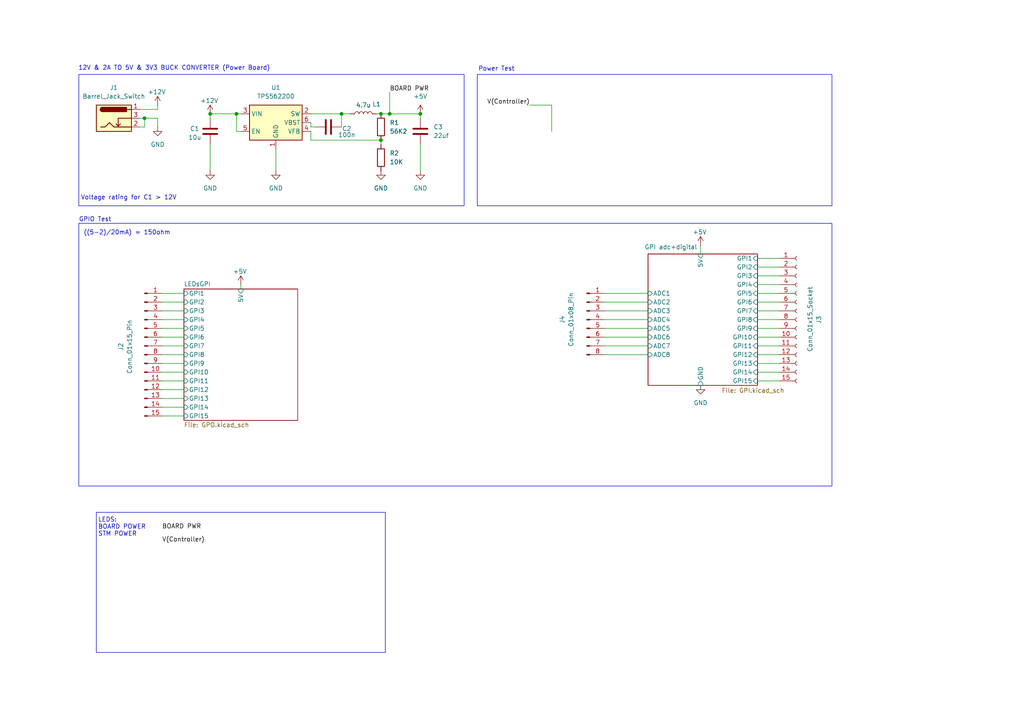
<source format=kicad_sch>
(kicad_sch (version 20231120) (generator "eeschema") (generator_version "8.0")
  (paper "A4")
  (title_block (title "Test Board for a Controller") (date "2024-11-25"))
  (lib_symbols
    (symbol "Connector:Barrel_Jack_Switch" (pin_names hide)
      (property "Reference" "J" (at 0 5.334 0))
      (property "Value" "Barrel_Jack_Switch" (at 0 -5.08 0))
      (symbol "Barrel_Jack_Switch_0_1"
        (rectangle (start -5.08 3.81) (end 5.08 -3.81) (stroke (width 0.254)) (fill (type background)))
        (arc (start -3.302 3.175) (mid -3.9343 2.54) (end -3.302 1.905) (stroke (width 0.254)))
        (arc (start -3.302 3.175) (mid -3.9343 2.54) (end -3.302 1.905) (stroke (width 0.254)) (fill (type outline)))
        (polyline (pts (xy 1.27 -2.286) (xy 1.905 -1.651)) (stroke (width 0.254)))
        (polyline (pts (xy 5.08 2.54) (xy 3.81 2.54)) (stroke (width 0.254)))
        (polyline (pts (xy 5.08 0) (xy 1.27 0) (xy 1.27 -2.286) (xy 0.635 -1.651)) (stroke (width 0.254)))
        (polyline (pts (xy -3.81 -2.54) (xy -2.54 -2.54) (xy -1.27 -1.27) (xy 0 -2.54) (xy 2.54 -2.54) (xy 5.08 -2.54)) (stroke (width 0.254)))
        (rectangle (start 3.683 3.175) (end -3.302 1.905) (stroke (width 0.254)) (fill (type outline)))
      )
      (symbol "Barrel_Jack_Switch_1_1"
        (pin passive line (at 7.62 2.54 180) (length 2.54) (name "~") (number "1"))
        (pin passive line (at 7.62 -2.54 180) (length 2.54) (name "~") (number "2"))
        (pin passive line (at 7.62 0 180) (length 2.54) (name "~") (number "3"))
      )
    )
    (symbol "Connector:Conn_01x08_Pin" (pin_names (offset 1.016) hide)
      (property "Reference" "J" (at 0 10.16 0))
      (property "Value" "Conn_01x08_Pin" (at 0 -12.7 0))
      (symbol "Conn_01x08_Pin_1_1"
        (polyline (pts (xy 1.27 -10.16) (xy 0.8636 -10.16)) (stroke (width 0.1524)))
        (polyline (pts (xy 1.27 -7.62) (xy 0.8636 -7.62)) (stroke (width 0.1524)))
        (polyline (pts (xy 1.27 -5.08) (xy 0.8636 -5.08)) (stroke (width 0.1524)))
        (polyline (pts (xy 1.27 -2.54) (xy 0.8636 -2.54)) (stroke (width 0.1524)))
        (polyline (pts (xy 1.27 0) (xy 0.8636 0)) (stroke (width 0.1524)))
        (polyline (pts (xy 1.27 2.54) (xy 0.8636 2.54)) (stroke (width 0.1524)))
        (polyline (pts (xy 1.27 5.08) (xy 0.8636 5.08)) (stroke (width 0.1524)))
        (polyline (pts (xy 1.27 7.62) (xy 0.8636 7.62)) (stroke (width 0.1524)))
        (rectangle (start 0.8636 -10.033) (end 0 -10.287) (stroke (width 0.1524)) (fill (type outline)))
        (rectangle (start 0.8636 -7.493) (end 0 -7.747) (stroke (width 0.1524)) (fill (type outline)))
        (rectangle (start 0.8636 -4.953) (end 0 -5.207) (stroke (width 0.1524)) (fill (type outline)))
        (rectangle (start 0.8636 -2.413) (end 0 -2.667) (stroke (width 0.1524)) (fill (type outline)))
        (rectangle (start 0.8636 0.127) (end 0 -0.127) (stroke (width 0.1524)) (fill (type outline)))
        (rectangle (start 0.8636 2.667) (end 0 2.413) (stroke (width 0.1524)) (fill (type outline)))
        (rectangle (start 0.8636 5.207) (end 0 4.953) (stroke (width 0.1524)) (fill (type outline)))
        (rectangle (start 0.8636 7.747) (end 0 7.493) (stroke (width 0.1524)) (fill (type outline)))
        (pin passive line (at 5.08 7.62 180) (length 3.81) (name "Pin_1") (number "1"))
        (pin passive line (at 5.08 5.08 180) (length 3.81) (name "Pin_2") (number "2"))
        (pin passive line (at 5.08 2.54 180) (length 3.81) (name "Pin_3") (number "3"))
        (pin passive line (at 5.08 0 180) (length 3.81) (name "Pin_4") (number "4"))
        (pin passive line (at 5.08 -2.54 180) (length 3.81) (name "Pin_5") (number "5"))
        (pin passive line (at 5.08 -5.08 180) (length 3.81) (name "Pin_6") (number "6"))
        (pin passive line (at 5.08 -7.62 180) (length 3.81) (name "Pin_7") (number "7"))
        (pin passive line (at 5.08 -10.16 180) (length 3.81) (name "Pin_8") (number "8"))
      )
    )
    (symbol "Connector:Conn_01x15_Pin" (pin_names (offset 1.016) hide)
      (property "Reference" "J" (at 0 20.32 0))
      (property "Value" "Conn_01x15_Pin" (at 0 -20.32 0))
      (symbol "Conn_01x15_Pin_1_1"
        (polyline (pts (xy 1.27 -17.78) (xy 0.8636 -17.78)) (stroke (width 0.1524)))
        (polyline (pts (xy 1.27 -15.24) (xy 0.8636 -15.24)) (stroke (width 0.1524)))
        (polyline (pts (xy 1.27 -12.7) (xy 0.8636 -12.7)) (stroke (width 0.1524)))
        (polyline (pts (xy 1.27 -10.16) (xy 0.8636 -10.16)) (stroke (width 0.1524)))
        (polyline (pts (xy 1.27 -7.62) (xy 0.8636 -7.62)) (stroke (width 0.1524)))
        (polyline (pts (xy 1.27 -5.08) (xy 0.8636 -5.08)) (stroke (width 0.1524)))
        (polyline (pts (xy 1.27 -2.54) (xy 0.8636 -2.54)) (stroke (width 0.1524)))
        (polyline (pts (xy 1.27 0) (xy 0.8636 0)) (stroke (width 0.1524)))
        (polyline (pts (xy 1.27 2.54) (xy 0.8636 2.54)) (stroke (width 0.1524)))
        (polyline (pts (xy 1.27 5.08) (xy 0.8636 5.08)) (stroke (width 0.1524)))
        (polyline (pts (xy 1.27 7.62) (xy 0.8636 7.62)) (stroke (width 0.1524)))
        (polyline (pts (xy 1.27 10.16) (xy 0.8636 10.16)) (stroke (width 0.1524)))
        (polyline (pts (xy 1.27 12.7) (xy 0.8636 12.7)) (stroke (width 0.1524)))
        (polyline (pts (xy 1.27 15.24) (xy 0.8636 15.24)) (stroke (width 0.1524)))
        (polyline (pts (xy 1.27 17.78) (xy 0.8636 17.78)) (stroke (width 0.1524)))
        (rectangle (start 0.8636 -17.653) (end 0 -17.907) (stroke (width 0.1524)) (fill (type outline)))
        (rectangle (start 0.8636 -15.113) (end 0 -15.367) (stroke (width 0.1524)) (fill (type outline)))
        (rectangle (start 0.8636 -12.573) (end 0 -12.827) (stroke (width 0.1524)) (fill (type outline)))
        (rectangle (start 0.8636 -10.033) (end 0 -10.287) (stroke (width 0.1524)) (fill (type outline)))
        (rectangle (start 0.8636 -7.493) (end 0 -7.747) (stroke (width 0.1524)) (fill (type outline)))
        (rectangle (start 0.8636 -4.953) (end 0 -5.207) (stroke (width 0.1524)) (fill (type outline)))
        (rectangle (start 0.8636 -2.413) (end 0 -2.667) (stroke (width 0.1524)) (fill (type outline)))
        (rectangle (start 0.8636 0.127) (end 0 -0.127) (stroke (width 0.1524)) (fill (type outline)))
        (rectangle (start 0.8636 2.667) (end 0 2.413) (stroke (width 0.1524)) (fill (type outline)))
        (rectangle (start 0.8636 5.207) (end 0 4.953) (stroke (width 0.1524)) (fill (type outline)))
        (rectangle (start 0.8636 7.747) (end 0 7.493) (stroke (width 0.1524)) (fill (type outline)))
        (rectangle (start 0.8636 10.287) (end 0 10.033) (stroke (width 0.1524)) (fill (type outline)))
        (rectangle (start 0.8636 12.827) (end 0 12.573) (stroke (width 0.1524)) (fill (type outline)))
        (rectangle (start 0.8636 15.367) (end 0 15.113) (stroke (width 0.1524)) (fill (type outline)))
        (rectangle (start 0.8636 17.907) (end 0 17.653) (stroke (width 0.1524)) (fill (type outline)))
        (pin passive line (at 5.08 17.78 180) (length 3.81) (name "Pin_1") (number "1"))
        (pin passive line (at 5.08 -5.08 180) (length 3.81) (name "Pin_10") (number "10"))
        (pin passive line (at 5.08 -7.62 180) (length 3.81) (name "Pin_11") (number "11"))
        (pin passive line (at 5.08 -10.16 180) (length 3.81) (name "Pin_12") (number "12"))
        (pin passive line (at 5.08 -12.7 180) (length 3.81) (name "Pin_13") (number "13"))
        (pin passive line (at 5.08 -15.24 180) (length 3.81) (name "Pin_14") (number "14"))
        (pin passive line (at 5.08 -17.78 180) (length 3.81) (name "Pin_15") (number "15"))
        (pin passive line (at 5.08 15.24 180) (length 3.81) (name "Pin_2") (number "2"))
        (pin passive line (at 5.08 12.7 180) (length 3.81) (name "Pin_3") (number "3"))
        (pin passive line (at 5.08 10.16 180) (length 3.81) (name "Pin_4") (number "4"))
        (pin passive line (at 5.08 7.62 180) (length 3.81) (name "Pin_5") (number "5"))
        (pin passive line (at 5.08 5.08 180) (length 3.81) (name "Pin_6") (number "6"))
        (pin passive line (at 5.08 2.54 180) (length 3.81) (name "Pin_7") (number "7"))
        (pin passive line (at 5.08 0 180) (length 3.81) (name "Pin_8") (number "8"))
        (pin passive line (at 5.08 -2.54 180) (length 3.81) (name "Pin_9") (number "9"))
      )
    )
    (symbol "Connector:Conn_01x15_Socket" (pin_names (offset 1.016) hide)
      (property "Reference" "J" (at 0 20.32 0))
      (property "Value" "Conn_01x15_Socket" (at 0 -20.32 0))
      (symbol "Conn_01x15_Socket_1_1"
        (arc (start 0 -17.272) (mid -0.5058 -17.78) (end 0 -18.288) (stroke (width 0.1524)))
        (arc (start 0 -14.732) (mid -0.5058 -15.24) (end 0 -15.748) (stroke (width 0.1524)))
        (arc (start 0 -12.192) (mid -0.5058 -12.7) (end 0 -13.208) (stroke (width 0.1524)))
        (arc (start 0 -9.652) (mid -0.5058 -10.16) (end 0 -10.668) (stroke (width 0.1524)))
        (arc (start 0 -7.112) (mid -0.5058 -7.62) (end 0 -8.128) (stroke (width 0.1524)))
        (arc (start 0 -4.572) (mid -0.5058 -5.08) (end 0 -5.588) (stroke (width 0.1524)))
        (arc (start 0 -2.032) (mid -0.5058 -2.54) (end 0 -3.048) (stroke (width 0.1524)))
        (polyline (pts (xy -1.27 -17.78) (xy -0.508 -17.78)) (stroke (width 0.1524)))
        (polyline (pts (xy -1.27 -15.24) (xy -0.508 -15.24)) (stroke (width 0.1524)))
        (polyline (pts (xy -1.27 -12.7) (xy -0.508 -12.7)) (stroke (width 0.1524)))
        (polyline (pts (xy -1.27 -10.16) (xy -0.508 -10.16)) (stroke (width 0.1524)))
        (polyline (pts (xy -1.27 -7.62) (xy -0.508 -7.62)) (stroke (width 0.1524)))
        (polyline (pts (xy -1.27 -5.08) (xy -0.508 -5.08)) (stroke (width 0.1524)))
        (polyline (pts (xy -1.27 -2.54) (xy -0.508 -2.54)) (stroke (width 0.1524)))
        (polyline (pts (xy -1.27 0) (xy -0.508 0)) (stroke (width 0.1524)))
        (polyline (pts (xy -1.27 2.54) (xy -0.508 2.54)) (stroke (width 0.1524)))
        (polyline (pts (xy -1.27 5.08) (xy -0.508 5.08)) (stroke (width 0.1524)))
        (polyline (pts (xy -1.27 7.62) (xy -0.508 7.62)) (stroke (width 0.1524)))
        (polyline (pts (xy -1.27 10.16) (xy -0.508 10.16)) (stroke (width 0.1524)))
        (polyline (pts (xy -1.27 12.7) (xy -0.508 12.7)) (stroke (width 0.1524)))
        (polyline (pts (xy -1.27 15.24) (xy -0.508 15.24)) (stroke (width 0.1524)))
        (polyline (pts (xy -1.27 17.78) (xy -0.508 17.78)) (stroke (width 0.1524)))
        (arc (start 0 0.508) (mid -0.5058 0) (end 0 -0.508) (stroke (width 0.1524)))
        (arc (start 0 3.048) (mid -0.5058 2.54) (end 0 2.032) (stroke (width 0.1524)))
        (arc (start 0 5.588) (mid -0.5058 5.08) (end 0 4.572) (stroke (width 0.1524)))
        (arc (start 0 8.128) (mid -0.5058 7.62) (end 0 7.112) (stroke (width 0.1524)))
        (arc (start 0 10.668) (mid -0.5058 10.16) (end 0 9.652) (stroke (width 0.1524)))
        (arc (start 0 13.208) (mid -0.5058 12.7) (end 0 12.192) (stroke (width 0.1524)))
        (arc (start 0 15.748) (mid -0.5058 15.24) (end 0 14.732) (stroke (width 0.1524)))
        (arc (start 0 18.288) (mid -0.5058 17.78) (end 0 17.272) (stroke (width 0.1524)))
        (pin passive line (at -5.08 17.78 0) (length 3.81) (name "Pin_1") (number "1"))
        (pin passive line (at -5.08 -5.08 0) (length 3.81) (name "Pin_10") (number "10"))
        (pin passive line (at -5.08 -7.62 0) (length 3.81) (name "Pin_11") (number "11"))
        (pin passive line (at -5.08 -10.16 0) (length 3.81) (name "Pin_12") (number "12"))
        (pin passive line (at -5.08 -12.7 0) (length 3.81) (name "Pin_13") (number "13"))
        (pin passive line (at -5.08 -15.24 0) (length 3.81) (name "Pin_14") (number "14"))
        (pin passive line (at -5.08 -17.78 0) (length 3.81) (name "Pin_15") (number "15"))
        (pin passive line (at -5.08 15.24 0) (length 3.81) (name "Pin_2") (number "2"))
        (pin passive line (at -5.08 12.7 0) (length 3.81) (name "Pin_3") (number "3"))
        (pin passive line (at -5.08 10.16 0) (length 3.81) (name "Pin_4") (number "4"))
        (pin passive line (at -5.08 7.62 0) (length 3.81) (name "Pin_5") (number "5"))
        (pin passive line (at -5.08 5.08 0) (length 3.81) (name "Pin_6") (number "6"))
        (pin passive line (at -5.08 2.54 0) (length 3.81) (name "Pin_7") (number "7"))
        (pin passive line (at -5.08 0 0) (length 3.81) (name "Pin_8") (number "8"))
        (pin passive line (at -5.08 -2.54 0) (length 3.81) (name "Pin_9") (number "9"))
      )
    )
    (symbol "Device:C" (pin_numbers hide) (pin_names (offset 0.254))
      (property "Reference" "C" (at 0.635 2.54 0))
      (property "Value" "C" (at 0.635 -2.54 0))
      (symbol "C_0_1"
        (polyline (pts (xy -2.032 -0.762) (xy 2.032 -0.762)) (stroke (width 0.508)))
        (polyline (pts (xy -2.032 0.762) (xy 2.032 0.762)) (stroke (width 0.508)))
      )
      (symbol "C_1_1"
        (pin passive line (at 0 3.81 270) (length 2.794) (name "~") (number "1"))
        (pin passive line (at 0 -3.81 90) (length 2.794) (name "~") (number "2"))
      )
    )
    (symbol "Device:L" (pin_numbers hide) (pin_names (offset 1.016) hide)
      (property "Reference" "L" (at -1.27 0 90))
      (property "Value" "L" (at 1.905 0 90))
      (symbol "L_0_1"
        (arc (start 0 -2.54) (mid 0.6323 -1.905) (end 0 -1.27))
        (arc (start 0 -1.27) (mid 0.6323 -0.635) (end 0 0))
        (arc (start 0 0) (mid 0.6323 0.635) (end 0 1.27))
        (arc (start 0 1.27) (mid 0.6323 1.905) (end 0 2.54))
      )
      (symbol "L_1_1"
        (pin passive line (at 0 3.81 270) (length 1.27) (name "1") (number "1"))
        (pin passive line (at 0 -3.81 90) (length 1.27) (name "2") (number "2"))
      )
    )
    (symbol "Device:R" (pin_numbers hide) (pin_names (offset 0))
      (property "Reference" "R" (at 2.032 0 90))
      (property "Value" "R" (at 0 0 90))
      (symbol "R_0_1"
        (rectangle (start -1.016 -2.54) (end 1.016 2.54) (stroke (width 0.254)))
      )
      (symbol "R_1_1"
        (pin passive line (at 0 3.81 270) (length 1.27) (name "~") (number "1"))
        (pin passive line (at 0 -3.81 90) (length 1.27) (name "~") (number "2"))
      )
    )
    (symbol "Regulator_Switching:TPS562200"
      (property "Reference" "U" (at -7.62 6.35 0))
      (property "Value" "TPS562200" (at -2.54 6.35 0))
      (symbol "TPS562200_0_1"
        (rectangle (start -7.62 5.08) (end 7.62 -5.08) (stroke (width 0.254)) (fill (type background)))
      )
      (symbol "TPS562200_1_1"
        (pin power_in line (at 0 -7.62 90) (length 2.54) (name "GND") (number "1"))
        (pin output line (at 10.16 2.54 180) (length 2.54) (name "SW") (number "2"))
        (pin power_in line (at -10.16 2.54 0) (length 2.54) (name "VIN") (number "3"))
        (pin input line (at 10.16 -2.54 180) (length 2.54) (name "VFB") (number "4"))
        (pin input line (at -10.16 -2.54 0) (length 2.54) (name "EN") (number "5"))
        (pin passive line (at 10.16 0 180) (length 2.54) (name "VBST") (number "6"))
      )
    )
    (symbol "power:+12V" (power) (pin_numbers hide) (pin_names (offset 0) hide)
      (property "Value" "+12V" (at 0 3.556 0))
      (symbol "+12V_0_1"
        (polyline (pts (xy -0.762 1.27) (xy 0 2.54)))
        (polyline (pts (xy 0 0) (xy 0 2.54)))
        (polyline (pts (xy 0 2.54) (xy 0.762 1.27)))
      )
      (symbol "+12V_1_1"
        (pin power_in line (at 0 0 90) (length 0) (name "~") (number "1"))
      )
    )
    (symbol "power:+5V" (power) (pin_numbers hide) (pin_names (offset 0) hide)
      (property "Value" "+5V" (at 0 3.556 0))
      (symbol "+5V_0_1"
        (polyline (pts (xy -0.762 1.27) (xy 0 2.54)))
        (polyline (pts (xy 0 0) (xy 0 2.54)))
        (polyline (pts (xy 0 2.54) (xy 0.762 1.27)))
      )
      (symbol "+5V_1_1"
        (pin power_in line (at 0 0 90) (length 0) (name "~") (number "1"))
      )
    )
    (symbol "power:GND" (power) (pin_numbers hide) (pin_names (offset 0) hide)
      (property "Value" "GND" (at 0 -3.81 0))
      (symbol "GND_0_1"
        (polyline (pts (xy 0 0) (xy 0 -1.27) (xy 1.27 -1.27) (xy 0 -2.54) (xy -1.27 -1.27) (xy 0 -1.27)))
      )
      (symbol "GND_1_1"
        (pin power_in line (at 0 0 270) (length 0) (name "~") (number "1"))
      )
    )
  )
  (junction (at 68.58 33.02))
  (junction (at 113.03 33.02))
  (junction (at 121.92 33.02))
  (junction (at 99.06 33.02))
  (junction (at 110.49 33.02))
  (junction (at 41.91 34.29))
  (junction (at 60.96 33.02))
  (junction (at 110.49 40.64))
  (wire (pts (xy 45.72 30.48) (xy 45.72 31.75)))
  (wire (pts (xy 46.99 113.03) (xy 53.34 113.03)))
  (wire (pts (xy 219.71 100.33) (xy 226.06 100.33)))
  (wire (pts (xy 219.71 87.63) (xy 226.06 87.63)))
  (wire (pts (xy 46.99 105.41) (xy 53.34 105.41)))
  (wire (pts (xy 175.26 90.17) (xy 187.96 90.17)))
  (wire (pts (xy 41.91 34.29) (xy 41.91 36.83)))
  (wire (pts (xy 69.85 82.55) (xy 69.85 83.82)))
  (wire (pts (xy 46.99 100.33) (xy 53.34 100.33)))
  (wire (pts (xy 203.2 71.12) (xy 203.2 73.66)))
  (wire (pts (xy 46.99 90.17) (xy 53.34 90.17)))
  (wire (pts (xy 46.99 102.87) (xy 53.34 102.87)))
  (wire (pts (xy 99.06 33.02) (xy 99.06 36.83)))
  (wire (pts (xy 121.92 33.02) (xy 121.92 34.29)))
  (wire (pts (xy 219.71 90.17) (xy 226.06 90.17)))
  (wire (pts (xy 219.71 107.95) (xy 226.06 107.95)))
  (wire (pts (xy 113.03 26.67) (xy 113.03 33.02)))
  (wire (pts (xy 175.26 97.79) (xy 187.96 97.79)))
  (wire (pts (xy 90.17 36.83) (xy 91.44 36.83)))
  (wire (pts (xy 68.58 33.02) (xy 69.85 33.02)))
  (wire (pts (xy 219.71 77.47) (xy 226.06 77.47)))
  (wire (pts (xy 40.64 34.29) (xy 41.91 34.29)))
  (wire (pts (xy 80.01 49.53) (xy 80.01 43.18)))
  (wire (pts (xy 219.71 85.09) (xy 226.06 85.09)))
  (wire (pts (xy 46.99 110.49) (xy 53.34 110.49)))
  (wire (pts (xy 46.99 95.25) (xy 53.34 95.25)))
  (wire (pts (xy 175.26 100.33) (xy 187.96 100.33)))
  (wire (pts (xy 46.99 87.63) (xy 53.34 87.63)))
  (wire (pts (xy 121.92 41.91) (xy 121.92 49.53)))
  (wire (pts (xy 175.26 92.71) (xy 187.96 92.71)))
  (wire (pts (xy 219.71 74.93) (xy 226.06 74.93)))
  (wire (pts (xy 109.22 33.02) (xy 110.49 33.02)))
  (wire (pts (xy 60.96 49.53) (xy 60.96 41.91)))
  (wire (pts (xy 46.99 120.65) (xy 53.34 120.65)))
  (wire (pts (xy 219.71 97.79) (xy 226.06 97.79)))
  (wire (pts (xy 219.71 105.41) (xy 226.06 105.41)))
  (wire (pts (xy 90.17 38.1) (xy 90.17 40.64)))
  (wire (pts (xy 90.17 33.02) (xy 99.06 33.02)))
  (wire (pts (xy 101.6 33.02) (xy 99.06 33.02)))
  (wire (pts (xy 46.99 118.11) (xy 53.34 118.11)))
  (wire (pts (xy 45.72 34.29) (xy 45.72 36.83)))
  (wire (pts (xy 40.64 31.75) (xy 45.72 31.75)))
  (wire (pts (xy 46.99 107.95) (xy 53.34 107.95)))
  (wire (pts (xy 153.67 30.48) (xy 160.02 30.48)))
  (wire (pts (xy 219.71 110.49) (xy 226.06 110.49)))
  (wire (pts (xy 160.02 30.48) (xy 160.02 38.1)))
  (wire (pts (xy 68.58 38.1) (xy 69.85 38.1)))
  (wire (pts (xy 60.96 34.29) (xy 60.96 33.02)))
  (wire (pts (xy 40.64 36.83) (xy 41.91 36.83)))
  (wire (pts (xy 46.99 92.71) (xy 53.34 92.71)))
  (wire (pts (xy 90.17 40.64) (xy 110.49 40.64)))
  (wire (pts (xy 68.58 33.02) (xy 68.58 38.1)))
  (wire (pts (xy 219.71 82.55) (xy 226.06 82.55)))
  (wire (pts (xy 41.91 34.29) (xy 45.72 34.29)))
  (wire (pts (xy 175.26 87.63) (xy 187.96 87.63)))
  (wire (pts (xy 46.99 115.57) (xy 53.34 115.57)))
  (wire (pts (xy 110.49 40.64) (xy 110.49 41.91)))
  (wire (pts (xy 219.71 80.01) (xy 226.06 80.01)))
  (wire (pts (xy 175.26 102.87) (xy 187.96 102.87)))
  (wire (pts (xy 46.99 97.79) (xy 53.34 97.79)))
  (wire (pts (xy 175.26 85.09) (xy 187.96 85.09)))
  (wire (pts (xy 219.71 102.87) (xy 226.06 102.87)))
  (wire (pts (xy 219.71 92.71) (xy 226.06 92.71)))
  (wire (pts (xy 110.49 33.02) (xy 113.03 33.02)))
  (wire (pts (xy 90.17 36.83) (xy 90.17 35.56)))
  (wire (pts (xy 60.96 33.02) (xy 68.58 33.02)))
  (wire (pts (xy 219.71 95.25) (xy 226.06 95.25)))
  (wire (pts (xy 46.99 85.09) (xy 53.34 85.09)))
  (wire (pts (xy 113.03 33.02) (xy 121.92 33.02)))
  (wire (pts (xy 175.26 95.25) (xy 187.96 95.25)))
  (rectangle (start 22.86 21.59) (end 134.62 59.69))
  (rectangle (start 27.94 148.59) (end 111.76 189.23))
  (rectangle (start 138.43 21.59) (end 241.3 59.69))
  (rectangle (start 22.86 64.77) (end 241.3 140.97))
  (text "Power Test" (at 138.684 20.066 0) (effects (font (size 1.27 1.27)) (justify left)))
  (text "LEDS: \nBOARD POWER \nSTM POWER " (at 28.448 152.908 0) (effects (font (size 1.27 1.27)) (justify left)))
  (text "Voltage rating for C1 > 12V\n" (at 37.338 57.404 0) (effects (font (size 1.27 1.27))))
  (text "GPIO Test" (at 22.86 63.754 0) (effects (font (size 1.27 1.27)) (justify left)))
  (text "12V & 2A TO 5V & 3V3 BUCK CONVERTER (Power Board)\n" (at 50.546 19.812 0) (effects (font (size 1.27 1.27))))
  (text "((5-2)/20mA) = 150ohm\n" (at 36.83 67.564 0) (effects (font (size 1.27 1.27))))
  (label "BOARD PWR" (at 113.03 26.67 0))
  (label "BOARD PWR" (at 46.99 153.67 0))
  (label "V(Controller)" (at 153.67 30.48 180))
  (label "V(Controller)" (at 46.99 157.48 0))
  (symbol (lib_id "power:GND") (at 121.92 49.53 0) (unit 1)
    (property "Reference" "#PWR02" (effects (hide yes)))
    (property "Value" "GND" (at 121.92 54.61 0))
    (property "Description" "Power symbol creates a global label with name \"GND\" , ground" (effects (hide yes)))
  )
  (symbol (lib_id "Regulator_Switching:TPS562200") (at 80.01 35.56 0) (unit 1)
    (property "Reference" "U1" (at 80.01 25.4 0))
    (property "Value" "TPS562200" (at 80.01 27.94 0))
    (property "Footprint" "Package_TO_SOT_SMD:SOT-23-6" (effects (hide yes)))
    (property "Datasheet" "http://www.ti.com/lit/ds/symlink/tps563200.pdf" (effects (hide yes)))
    (property "Description" "2A Synchronous Step-Down Voltage Regulator, Adjustable Output Voltage, 4.5-17V Input Voltage, SOT-23-6" (effects (hide yes)))
    (property "Manufacture" "https://www.digikey.my/en/products/detail/texas-instruments/TPS562200DDCR/4733867" (effects (hide yes)))
  )
  (symbol (lib_id "power:GND") (at 110.49 49.53 0) (unit 1)
    (property "Reference" "#PWR01" (effects (hide yes)))
    (property "Value" "GND" (at 110.49 54.61 0))
    (property "Description" "Power symbol creates a global label with name \"GND\" , ground" (effects (hide yes)))
  )
  (symbol (lib_id "power:GND") (at 60.96 49.53 0) (unit 1)
    (property "Reference" "#PWR04" (effects (hide yes)))
    (property "Value" "GND" (at 60.96 54.61 0))
    (property "Description" "Power symbol creates a global label with name \"GND\" , ground" (effects (hide yes)))
  )
  (symbol (lib_id "power:+12V") (at 45.72 30.48 0) (unit 1)
    (property "Reference" "#PWR05" (effects (hide yes)))
    (property "Value" "+12V" (at 45.466 26.67 0))
    (property "Description" "Power symbol creates a global label with name \"+12V\"" (effects (hide yes)))
  )
  (symbol (lib_id "Connector:Conn_01x15_Pin") (at 41.91 102.87 0) (unit 1)
    (property "Reference" "J2" (at 35.052 100.584 90))
    (property "Value" "Conn_01x15_Pin" (at 37.592 100.584 90))
    (property "Footprint" "Connector_PinHeader_2.54mm:PinHeader_1x15_P2.54mm_Vertical" (effects (hide yes)))
    (property "Description" "Generic connector, single row, 01x15, script generated" (effects (hide yes)))
  )
  (symbol (lib_id "power:+12V") (at 60.96 33.02 0) (unit 1)
    (property "Reference" "#PWR07" (effects (hide yes)))
    (property "Value" "+12V" (at 60.706 29.21 0))
    (property "Description" "Power symbol creates a global label with name \"+12V\"" (effects (hide yes)))
  )
  (symbol (lib_id "Device:C") (at 121.92 38.1 0) (unit 1)
    (property "Reference" "C3" (at 125.73 36.8299 0) (effects (justify left)))
    (property "Value" "22uf" (at 125.73 39.3699 0) (effects (justify left)))
    (property "Description" "Unpolarized capacitor" (effects (hide yes)))
  )
  (symbol (lib_id "Device:R") (at 110.49 36.83 0) (unit 1)
    (property "Reference" "R1" (at 113.03 35.5599 0) (effects (justify left)))
    (property "Value" "56K2" (at 113.03 38.0999 0) (effects (justify left)))
    (property "Description" "Resistor" (effects (hide yes)))
  )
  (symbol (lib_id "Connector:Barrel_Jack_Switch") (at 33.02 34.29 0) (unit 1)
    (property "Reference" "J1" (at 33.02 25.4 0))
    (property "Value" "Barrel_Jack_Switch" (at 33.02 27.94 0))
    (property "Footprint" "Connector_BarrelJack:BarrelJack_Horizontal" (effects (hide yes)))
    (property "Description" "DC Barrel Jack with an internal switch" (effects (hide yes)))
  )
  (symbol (lib_id "power:GND") (at 203.2 111.76 0) (unit 1)
    (property "Reference" "#PWR028" (effects (hide yes)))
    (property "Value" "GND" (at 203.2 116.84 0))
    (property "Description" "Power symbol creates a global label with name \"GND\" , ground" (effects (hide yes)))
  )
  (symbol (lib_id "Device:L") (at 105.41 33.02 90) (unit 1)
    (property "Reference" "L1" (at 109.22 30.226 90))
    (property "Value" "4.7u" (at 105.41 30.48 90))
    (property "Description" "Inductor" (effects (hide yes)))
  )
  (symbol (lib_id "power:GND") (at 80.01 49.53 0) (unit 1)
    (property "Reference" "#PWR03" (effects (hide yes)))
    (property "Value" "GND" (at 80.01 54.61 0))
    (property "Description" "Power symbol creates a global label with name \"GND\" , ground" (effects (hide yes)))
  )
  (symbol (lib_id "power:GND") (at 45.72 36.83 0) (unit 1)
    (property "Reference" "#PWR06" (effects (hide yes)))
    (property "Value" "GND" (at 45.72 41.91 0))
    (property "Description" "Power symbol creates a global label with name \"GND\" , ground" (effects (hide yes)))
  )
  (symbol (lib_id "Connector:Conn_01x15_Socket") (at 231.14 92.71 0) (unit 1)
    (property "Reference" "J3" (at 237.49 93.98 90) (effects (justify left)))
    (property "Value" "Conn_01x15_Socket" (at 234.95 102.108 90) (effects (justify left)))
    (property "Footprint" "Connector_PinSocket_2.54mm:PinSocket_1x15_P2.54mm_Vertical" (effects (hide yes)))
    (property "Description" "Generic connector, single row, 01x15, script generated" (effects (hide yes)))
  )
  (symbol (lib_id "Device:C") (at 60.96 38.1 0) (unit 1)
    (property "Reference" "C1" (at 55.118 37.338 0) (effects (justify left)))
    (property "Value" "10u" (at 54.61 39.878 0) (effects (justify left)))
    (property "Description" "Unpolarized capacitor" (effects (hide yes)))
  )
  (symbol (lib_id "Device:C") (at 95.25 36.83 90) (unit 1)
    (property "Reference" "C2" (at 100.584 37.338 90))
    (property "Value" "100n" (at 100.584 39.116 90))
    (property "Description" "Unpolarized capacitor" (effects (hide yes)))
  )
  (symbol (lib_id "power:+5V") (at 121.92 33.02 0) (unit 1)
    (property "Reference" "#PWR08" (effects (hide yes)))
    (property "Value" "+5V" (at 121.92 27.94 0))
    (property "Description" "Power symbol creates a global label with name \"+5V\"" (effects (hide yes)))
  )
  (symbol (lib_id "Connector:Conn_01x08_Pin") (at 170.18 92.71 0) (unit 1)
    (property "Reference" "J4" (at 163.068 92.71 90))
    (property "Value" "Conn_01x08_Pin" (at 165.608 92.71 90))
    (property "Footprint" "Connector_PinSocket_2.54mm:PinSocket_1x08_P2.54mm_Vertical" (effects (hide yes)))
    (property "Description" "Generic connector, single row, 01x08, script generated" (effects (hide yes)))
  )
  (symbol (lib_id "power:+5V") (at 69.85 82.55 0) (unit 1)
    (property "Reference" "#PWR010" (effects (hide yes)))
    (property "Value" "+5V" (at 69.596 78.74 0))
    (property "Description" "Power symbol creates a global label with name \"+5V\"" (effects (hide yes)))
  )
  (symbol (lib_id "power:+5V") (at 203.2 71.12 0) (unit 1)
    (property "Reference" "#PWR09" (effects (hide yes)))
    (property "Value" "+5V" (at 202.946 67.31 0))
    (property "Description" "Power symbol creates a global label with name \"+5V\"" (effects (hide yes)))
  )
  (symbol (lib_id "Device:R") (at 110.49 45.72 0) (unit 1)
    (property "Reference" "R2" (at 113.03 44.4499 0) (effects (justify left)))
    (property "Value" "10K" (at 113.03 46.9899 0) (effects (justify left)))
    (property "Description" "Resistor" (effects (hide yes)))
  )
  (sheet (at 53.34 83.82) (size 33.02 38.1) (stroke (width 0.1524))
    (property "Sheetname" "LEDsGPI" (at 53.34 83.1084 0) (effects (justify left bottom)))
    (property "Sheetfile" "GPO.kicad_sch" (at 53.34 122.5046 0) (effects (justify left top)))
    (pin "GPI3" input (at 53.34 90.17 180))
    (pin "GPI7" input (at 53.34 100.33 180))
    (pin "GPI1" input (at 53.34 85.09 180))
    (pin "GPI2" input (at 53.34 87.63 180))
    (pin "GPI5" input (at 53.34 95.25 180))
    (pin "GPI6" input (at 53.34 97.79 180))
    (pin "GPI4" input (at 53.34 92.71 180))
    (pin "GPI11" input (at 53.34 110.49 180))
    (pin "GPI12" input (at 53.34 113.03 180))
    (pin "GPI14" input (at 53.34 118.11 180))
    (pin "GPI15" input (at 53.34 120.65 180))
    (pin "GPI13" input (at 53.34 115.57 180))
    (pin "GPI10" input (at 53.34 107.95 180))
    (pin "GPI9" input (at 53.34 105.41 180))
    (pin "GPI8" input (at 53.34 102.87 180))
    (pin "5V" input (at 69.85 83.82 90))
  )
  (sheet (at 187.96 73.66) (size 31.75 38.1) (stroke (width 0.1524))
    (property "Sheetname" "GPI adc+digital" (at 186.944 72.39 0) (effects (justify left bottom)))
    (property "Sheetfile" "GPI.kicad_sch" (at 209.296 112.522 0) (effects (justify left top)))
    (pin "ADC7" input (at 187.96 100.33 180))
    (pin "ADC8" input (at 187.96 102.87 180))
    (pin "ADC3" input (at 187.96 90.17 180))
    (pin "ADC4" input (at 187.96 92.71 180))
    (pin "GPI14" input (at 219.71 107.95 0))
    (pin "GPI15" input (at 219.71 110.49 0))
    (pin "GPI12" input (at 219.71 102.87 0))
    (pin "GPI13" input (at 219.71 105.41 0))
    (pin "GPI8" input (at 219.71 92.71 0))
    (pin "GPI7" input (at 219.71 90.17 0))
    (pin "GPI6" input (at 219.71 87.63 0))
    (pin "GPI5" input (at 219.71 85.09 0))
    (pin "ADC5" input (at 187.96 95.25 180))
    (pin "ADC6" input (at 187.96 97.79 180))
    (pin "ADC2" input (at 187.96 87.63 180))
    (pin "ADC1" input (at 187.96 85.09 180))
    (pin "5V" input (at 203.2 73.66 90))
    (pin "GPI1" input (at 219.71 74.93 0))
    (pin "GPI3" input (at 219.71 80.01 0))
    (pin "GPI4" input (at 219.71 82.55 0))
    (pin "GPI2" input (at 219.71 77.47 0))
    (pin "GPI10" input (at 219.71 97.79 0))
    (pin "GPI11" input (at 219.71 100.33 0))
    (pin "GPI9" input (at 219.71 95.25 0))
    (pin "GND" input (at 203.2 111.76 270))
  )
)
</source>
